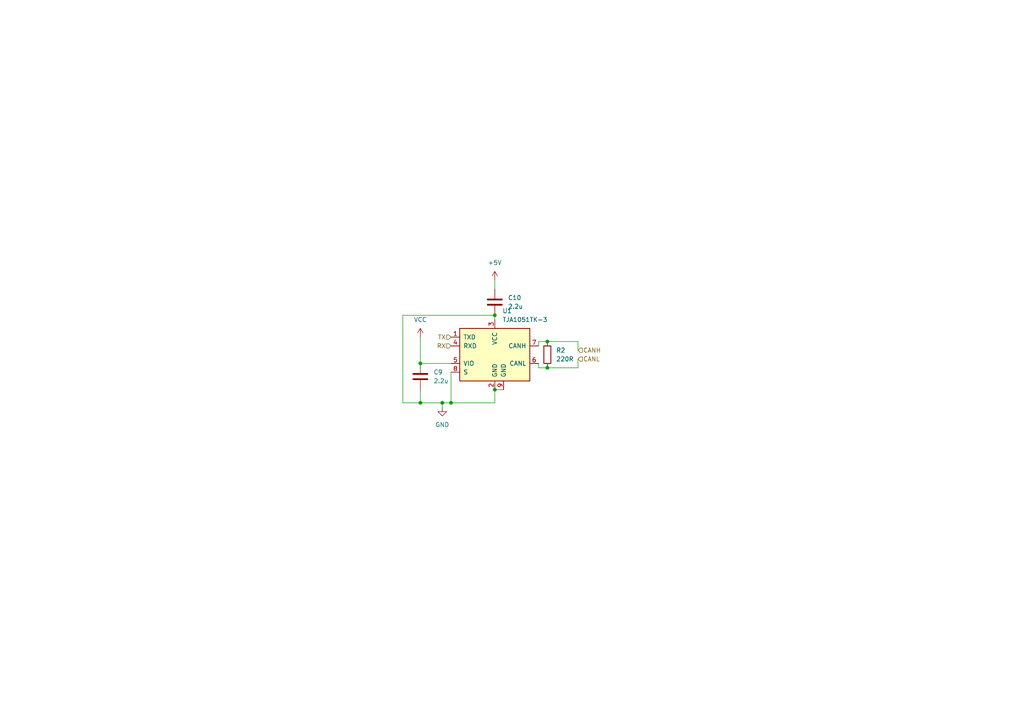
<source format=kicad_sch>
(kicad_sch (version 20231120) (generator "eeschema") (generator_version "8.0")
  (paper "A4")
  (lib_symbols
    (symbol "Device:C" (pin_numbers hide) (pin_names (offset 0.254))
      (property "Reference" "C" (at 0.635 2.54 0))
      (property "Value" "C" (at 0.635 -2.54 0))
      (symbol "C_0_1"
        (polyline (pts (xy -2.032 -0.762) (xy 2.032 -0.762)) (stroke (width 0.508)))
        (polyline (pts (xy -2.032 0.762) (xy 2.032 0.762)) (stroke (width 0.508)))
      )
      (symbol "C_1_1"
        (pin passive line (at 0 3.81 270) (length 2.794) (name "~") (number "1"))
        (pin passive line (at 0 -3.81 90) (length 2.794) (name "~") (number "2"))
      )
    )
    (symbol "Device:R" (pin_numbers hide) (pin_names (offset 0))
      (property "Reference" "R" (at 2.032 0 90))
      (property "Value" "R" (at 0 0 90))
      (symbol "R_0_1"
        (rectangle (start -1.016 -2.54) (end 1.016 2.54) (stroke (width 0.254)))
      )
      (symbol "R_1_1"
        (pin passive line (at 0 3.81 270) (length 1.27) (name "~") (number "1"))
        (pin passive line (at 0 -3.81 90) (length 1.27) (name "~") (number "2"))
      )
    )
    (symbol "Interface_CAN_LIN:TJA1051TK-3" (pin_names (offset 1.016))
      (property "Reference" "U" (at -10.16 8.89 0))
      (property "Value" "TJA1051TK-3" (at 1.27 8.89 0))
      (symbol "TJA1051TK-3_0_1"
        (rectangle (start -10.16 7.62) (end 10.16 -7.62) (stroke (width 0.254)) (fill (type background)))
      )
      (symbol "TJA1051TK-3_1_1"
        (pin input line (at -12.7 5.08 0) (length 2.54) (name "TXD") (number "1"))
        (pin power_in line (at 0 -10.16 90) (length 2.54) (name "GND") (number "2"))
        (pin power_in line (at 0 10.16 270) (length 2.54) (name "VCC") (number "3"))
        (pin output line (at -12.7 2.54 0) (length 2.54) (name "RXD") (number "4"))
        (pin power_in line (at -12.7 -2.54 0) (length 2.54) (name "VIO") (number "5"))
        (pin bidirectional line (at 12.7 -2.54 180) (length 2.54) (name "CANL") (number "6"))
        (pin bidirectional line (at 12.7 2.54 180) (length 2.54) (name "CANH") (number "7"))
        (pin input line (at -12.7 -5.08 0) (length 2.54) (name "S") (number "8"))
        (pin power_in line (at 2.54 -10.16 90) (length 2.54) (name "GND") (number "9"))
      )
    )
    (symbol "power:+5V" (power) (pin_numbers hide) (pin_names (offset 0) hide)
      (property "Value" "+5V" (at 0 3.556 0))
      (symbol "+5V_0_1"
        (polyline (pts (xy -0.762 1.27) (xy 0 2.54)))
        (polyline (pts (xy 0 0) (xy 0 2.54)))
        (polyline (pts (xy 0 2.54) (xy 0.762 1.27)))
      )
      (symbol "+5V_1_1"
        (pin power_in line (at 0 0 90) (length 0) (name "~") (number "1"))
      )
    )
    (symbol "power:GND" (power) (pin_numbers hide) (pin_names (offset 0) hide)
      (property "Value" "GND" (at 0 -3.81 0))
      (symbol "GND_0_1"
        (polyline (pts (xy 0 0) (xy 0 -1.27) (xy 1.27 -1.27) (xy 0 -2.54) (xy -1.27 -1.27) (xy 0 -1.27)))
      )
      (symbol "GND_1_1"
        (pin power_in line (at 0 0 270) (length 0) (name "~") (number "1"))
      )
    )
    (symbol "power:VCC" (power) (pin_numbers hide) (pin_names (offset 0) hide)
      (property "Value" "VCC" (at 0 3.556 0))
      (symbol "VCC_0_1"
        (polyline (pts (xy -0.762 1.27) (xy 0 2.54)))
        (polyline (pts (xy 0 0) (xy 0 2.54)))
        (polyline (pts (xy 0 2.54) (xy 0.762 1.27)))
      )
      (symbol "VCC_1_1"
        (pin power_in line (at 0 0 90) (length 0) (name "~") (number "1"))
      )
    )
  )
  (junction (at 121.92 105.41))
  (junction (at 158.75 106.68))
  (junction (at 143.51 91.44))
  (junction (at 143.51 113.03))
  (junction (at 128.27 116.84))
  (junction (at 121.92 116.84))
  (junction (at 130.81 116.84))
  (junction (at 158.75 99.06))
  (wire (pts (xy 167.64 101.6) (xy 167.64 99.06)))
  (wire (pts (xy 158.75 99.06) (xy 156.21 99.06)))
  (wire (pts (xy 156.21 99.06) (xy 156.21 100.33)))
  (wire (pts (xy 128.27 116.84) (xy 130.81 116.84)))
  (wire (pts (xy 130.81 116.84) (xy 143.51 116.84)))
  (wire (pts (xy 167.64 99.06) (xy 158.75 99.06)))
  (wire (pts (xy 143.51 91.44) (xy 116.84 91.44)))
  (wire (pts (xy 121.92 97.79) (xy 121.92 105.41)))
  (wire (pts (xy 143.51 81.28) (xy 143.51 83.82)))
  (wire (pts (xy 121.92 113.03) (xy 121.92 116.84)))
  (wire (pts (xy 143.51 91.44) (xy 143.51 92.71)))
  (wire (pts (xy 143.51 113.03) (xy 146.05 113.03)))
  (wire (pts (xy 121.92 105.41) (xy 130.81 105.41)))
  (wire (pts (xy 130.81 107.95) (xy 130.81 116.84)))
  (wire (pts (xy 116.84 116.84) (xy 121.92 116.84)))
  (wire (pts (xy 158.75 106.68) (xy 156.21 106.68)))
  (wire (pts (xy 167.64 104.14) (xy 167.64 106.68)))
  (wire (pts (xy 143.51 113.03) (xy 143.51 116.84)))
  (wire (pts (xy 116.84 91.44) (xy 116.84 116.84)))
  (wire (pts (xy 121.92 116.84) (xy 128.27 116.84)))
  (wire (pts (xy 167.64 106.68) (xy 158.75 106.68)))
  (wire (pts (xy 128.27 118.11) (xy 128.27 116.84)))
  (wire (pts (xy 156.21 106.68) (xy 156.21 105.41)))
  (hierarchical_label "RX" (shape input) (at 130.81 100.33 180))
  (hierarchical_label "TX" (shape input) (at 130.81 97.79 180))
  (hierarchical_label "CANH" (shape input) (at 167.64 101.6 0))
  (hierarchical_label "CANL" (shape input) (at 167.64 104.14 0))
  (symbol (lib_id "Device:C") (at 121.92 109.22 0) (unit 1)
    (property "Reference" "C9" (at 125.73 107.9499 0) (effects (justify left)))
    (property "Value" "2.2u" (at 125.73 110.4899 0) (effects (justify left)))
    (property "Description" "Unpolarized capacitor" (effects (hide yes)))
  )
  (symbol (lib_id "Device:C") (at 143.51 87.63 0) (unit 1)
    (property "Reference" "C10" (at 147.32 86.3599 0) (effects (justify left)))
    (property "Value" "2.2u" (at 147.32 88.8999 0) (effects (justify left)))
    (property "Description" "Unpolarized capacitor" (effects (hide yes)))
  )
  (symbol (lib_id "Interface_CAN_LIN:TJA1051TK-3") (at 143.51 102.87 0) (unit 1)
    (property "Reference" "U1" (at 145.7041 90.17 0) (effects (justify left)))
    (property "Value" "TJA1051TK-3" (at 145.7041 92.71 0) (effects (justify left)))
    (property "Footprint" "Package_DFN_QFN:DFN-8-1EP_3x3mm_P0.65mm_EP1.55x2.4mm" (effects (hide yes)))
    (property "Datasheet" "http://www.nxp.com/docs/en/data-sheet/TJA1051.pdf" (effects (hide yes)))
    (property "Description" "High-Speed CAN Transceiver, separate VIO, silent mode, DFN-8" (effects (hide yes)))
  )
  (symbol (lib_id "power:GND") (at 128.27 118.11 0) (unit 1)
    (property "Reference" "#PWR010" (effects (hide yes)))
    (property "Value" "GND" (at 128.27 123.19 0))
    (property "Description" "Power symbol creates a global label with name \"GND\" , ground" (effects (hide yes)))
  )
  (symbol (lib_id "Device:R") (at 158.75 102.87 0) (unit 1)
    (property "Reference" "R2" (at 161.29 101.5999 0) (effects (justify left)))
    (property "Value" "220R" (at 161.29 104.1399 0) (effects (justify left)))
    (property "Description" "Resistor" (effects (hide yes)))
  )
  (symbol (lib_id "power:+5V") (at 143.51 81.28 0) (unit 1)
    (property "Reference" "#PWR011" (effects (hide yes)))
    (property "Value" "+5V" (at 143.51 76.2 0))
    (property "Description" "Power symbol creates a global label with name \"+5V\"" (effects (hide yes)))
  )
  (symbol (lib_id "power:VCC") (at 121.92 97.79 0) (unit 1)
    (property "Reference" "#PWR09" (effects (hide yes)))
    (property "Value" "VCC" (at 121.92 92.71 0))
    (property "Description" "Power symbol creates a global label with name \"VCC\"" (effects (hide yes)))
  )
)
</source>
